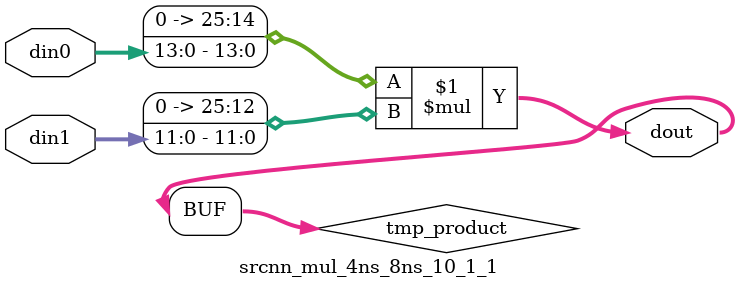
<source format=v>

`timescale 1 ns / 1 ps

  module srcnn_mul_4ns_8ns_10_1_1(din0, din1, dout);
parameter ID = 1;
parameter NUM_STAGE = 0;
parameter din0_WIDTH = 14;
parameter din1_WIDTH = 12;
parameter dout_WIDTH = 26;

input [din0_WIDTH - 1 : 0] din0; 
input [din1_WIDTH - 1 : 0] din1; 
output [dout_WIDTH - 1 : 0] dout;

wire signed [dout_WIDTH - 1 : 0] tmp_product;










assign tmp_product = $signed({1'b0, din0}) * $signed({1'b0, din1});











assign dout = tmp_product;







endmodule

</source>
